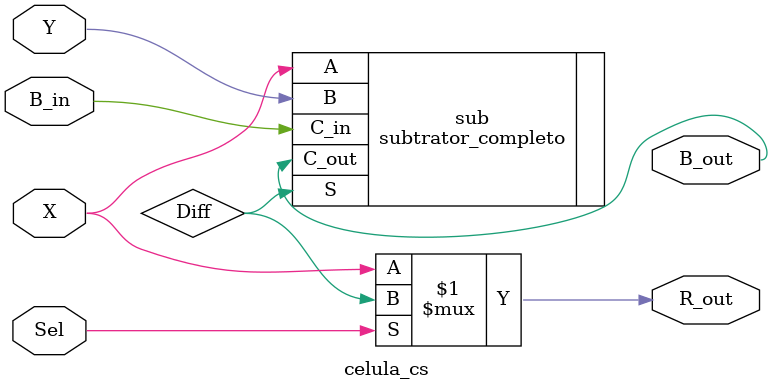
<source format=v>
`ifndef SUBTRATOR_CONTROLADO
`define SUBTRATOR_CONTROLADO

`include "subtrator_completo.v"

module celula_cs(
    input X,        // Bit do Resto Parcial (vem de cima/diagonal)
    input Y,        // Bit do Divisor (B)
    input B_in,     // Borrow de entrada (vem da direita)
    input Sel,      // Sinal de Seleção da Linha (1=Mantém, 0=Restaura)
    output R_out,   // Bit de Resto de saída (vai para baixo/diagonal)
    output B_out    // Borrow de saída (vai para esquerda)
);

    wire Diff; // Diferença calculada

    // Instância do seu subtrator completo
    subtrator_completo sub (
        .A(X), 
        .B(Y), 
        .C_in(B_in), 
        .S(Diff), 
        .C_out(B_out)
    );

    // Mux de Restauração (Figura 19 inset)
    // Se Sel=1 (Sucesso): Passa a diferença.
    // Se Sel=0 (Falha/Negativo): Restaura o valor original X.
    assign R_out = (Sel) ? Diff : X;

endmodule

`endif
</source>
